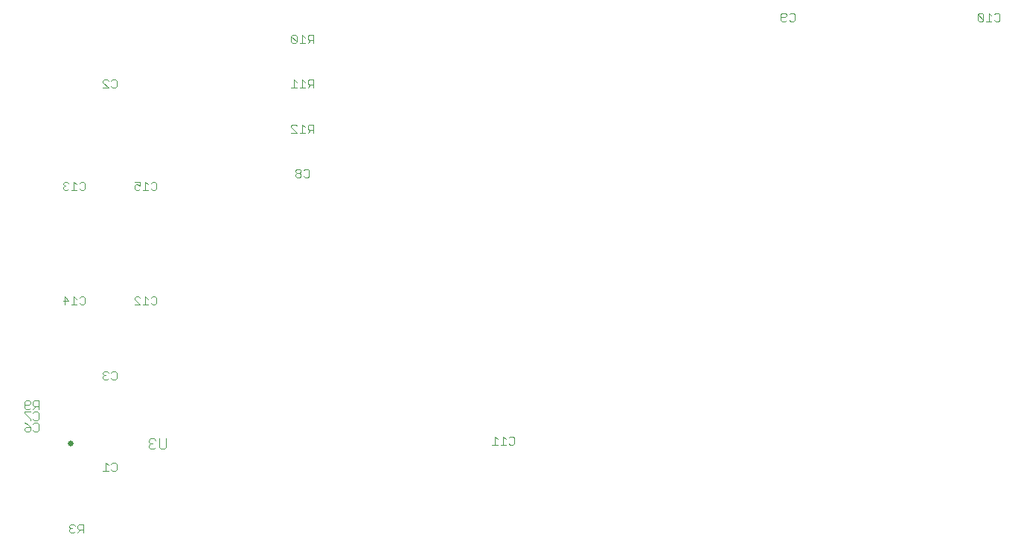
<source format=gbo>
G75*
%MOIN*%
%OFA0B0*%
%FSLAX24Y24*%
%IPPOS*%
%LPD*%
%AMOC8*
5,1,8,0,0,1.08239X$1,22.5*
%
%ADD10C,0.0030*%
%ADD11C,0.0250*%
%ADD12C,0.0040*%
D10*
X005738Y004237D02*
X005800Y004175D01*
X005923Y004175D01*
X005985Y004237D01*
X006106Y004175D02*
X006230Y004298D01*
X006168Y004298D02*
X006353Y004298D01*
X006353Y004175D02*
X006353Y004545D01*
X006168Y004545D01*
X006106Y004484D01*
X006106Y004360D01*
X006168Y004298D01*
X005985Y004484D02*
X005923Y004545D01*
X005800Y004545D01*
X005738Y004484D01*
X005738Y004422D01*
X005800Y004360D01*
X005738Y004298D01*
X005738Y004237D01*
X005800Y004360D02*
X005862Y004360D01*
X007238Y006950D02*
X007485Y006950D01*
X007362Y006950D02*
X007362Y007320D01*
X007485Y007197D01*
X007606Y007259D02*
X007668Y007320D01*
X007792Y007320D01*
X007853Y007259D01*
X007853Y007012D01*
X007792Y006950D01*
X007668Y006950D01*
X007606Y007012D01*
X004353Y008787D02*
X004353Y009034D01*
X004292Y009095D01*
X004168Y009095D01*
X004106Y009034D01*
X003985Y008910D02*
X003985Y008787D01*
X003923Y008725D01*
X003800Y008725D01*
X003738Y008787D01*
X003738Y008848D01*
X003800Y008910D01*
X003985Y008910D01*
X003862Y009034D01*
X003738Y009095D01*
X003985Y009225D02*
X003985Y009287D01*
X003738Y009534D01*
X003738Y009595D01*
X003985Y009595D01*
X004106Y009534D02*
X004168Y009595D01*
X004292Y009595D01*
X004353Y009534D01*
X004353Y009287D01*
X004292Y009225D01*
X004168Y009225D01*
X004106Y009287D01*
X004106Y009725D02*
X004230Y009848D01*
X004168Y009848D02*
X004353Y009848D01*
X004353Y009725D02*
X004353Y010095D01*
X004168Y010095D01*
X004106Y010034D01*
X004106Y009910D01*
X004168Y009848D01*
X003985Y009787D02*
X003923Y009725D01*
X003800Y009725D01*
X003738Y009787D01*
X003738Y010034D01*
X003800Y010095D01*
X003923Y010095D01*
X003985Y010034D01*
X003985Y009972D01*
X003923Y009910D01*
X003738Y009910D01*
X004106Y008787D02*
X004168Y008725D01*
X004292Y008725D01*
X004353Y008787D01*
X007238Y011112D02*
X007300Y011050D01*
X007423Y011050D01*
X007485Y011112D01*
X007606Y011112D02*
X007668Y011050D01*
X007792Y011050D01*
X007853Y011112D01*
X007853Y011359D01*
X007792Y011420D01*
X007668Y011420D01*
X007606Y011359D01*
X007485Y011359D02*
X007423Y011420D01*
X007300Y011420D01*
X007238Y011359D01*
X007238Y011297D01*
X007300Y011235D01*
X007238Y011173D01*
X007238Y011112D01*
X007300Y011235D02*
X007362Y011235D01*
X006376Y014400D02*
X006252Y014400D01*
X006191Y014462D01*
X006069Y014400D02*
X005822Y014400D01*
X005946Y014400D02*
X005946Y014770D01*
X006069Y014647D01*
X006191Y014709D02*
X006252Y014770D01*
X006376Y014770D01*
X006437Y014709D01*
X006437Y014462D01*
X006376Y014400D01*
X005701Y014585D02*
X005454Y014585D01*
X005516Y014400D02*
X005516Y014770D01*
X005701Y014585D01*
X008654Y014647D02*
X008654Y014709D01*
X008716Y014770D01*
X008839Y014770D01*
X008901Y014709D01*
X009146Y014770D02*
X009146Y014400D01*
X009269Y014400D02*
X009022Y014400D01*
X008901Y014400D02*
X008654Y014647D01*
X008654Y014400D02*
X008901Y014400D01*
X009269Y014647D02*
X009146Y014770D01*
X009391Y014709D02*
X009452Y014770D01*
X009576Y014770D01*
X009637Y014709D01*
X009637Y014462D01*
X009576Y014400D01*
X009452Y014400D01*
X009391Y014462D01*
X009452Y019550D02*
X009391Y019612D01*
X009452Y019550D02*
X009576Y019550D01*
X009637Y019612D01*
X009637Y019859D01*
X009576Y019920D01*
X009452Y019920D01*
X009391Y019859D01*
X009269Y019797D02*
X009146Y019920D01*
X009146Y019550D01*
X009269Y019550D02*
X009022Y019550D01*
X008901Y019612D02*
X008839Y019550D01*
X008716Y019550D01*
X008654Y019612D01*
X008654Y019735D01*
X008716Y019797D01*
X008777Y019797D01*
X008901Y019735D01*
X008901Y019920D01*
X008654Y019920D01*
X006437Y019859D02*
X006437Y019612D01*
X006376Y019550D01*
X006252Y019550D01*
X006191Y019612D01*
X006069Y019550D02*
X005822Y019550D01*
X005946Y019550D02*
X005946Y019920D01*
X006069Y019797D01*
X006191Y019859D02*
X006252Y019920D01*
X006376Y019920D01*
X006437Y019859D01*
X005701Y019859D02*
X005639Y019920D01*
X005516Y019920D01*
X005454Y019859D01*
X005454Y019797D01*
X005516Y019735D01*
X005454Y019673D01*
X005454Y019612D01*
X005516Y019550D01*
X005639Y019550D01*
X005701Y019612D01*
X005577Y019735D02*
X005516Y019735D01*
X007238Y024145D02*
X007485Y024145D01*
X007238Y024392D01*
X007238Y024454D01*
X007300Y024516D01*
X007423Y024516D01*
X007485Y024454D01*
X007606Y024454D02*
X007668Y024516D01*
X007792Y024516D01*
X007853Y024454D01*
X007853Y024207D01*
X007792Y024145D01*
X007668Y024145D01*
X007606Y024207D01*
X015679Y024144D02*
X015926Y024144D01*
X016047Y024144D02*
X016294Y024144D01*
X016416Y024144D02*
X016539Y024267D01*
X016477Y024267D02*
X016662Y024267D01*
X016662Y024144D02*
X016662Y024514D01*
X016477Y024514D01*
X016416Y024452D01*
X016416Y024329D01*
X016477Y024267D01*
X016294Y024390D02*
X016171Y024514D01*
X016171Y024144D01*
X015926Y024390D02*
X015802Y024514D01*
X015802Y024144D01*
X015741Y022492D02*
X015679Y022430D01*
X015679Y022369D01*
X015926Y022122D01*
X015679Y022122D01*
X016047Y022122D02*
X016294Y022122D01*
X016416Y022122D02*
X016539Y022245D01*
X016477Y022245D02*
X016662Y022245D01*
X016662Y022122D02*
X016662Y022492D01*
X016477Y022492D01*
X016416Y022430D01*
X016416Y022307D01*
X016477Y022245D01*
X016294Y022369D02*
X016171Y022492D01*
X016171Y022122D01*
X015926Y022430D02*
X015864Y022492D01*
X015741Y022492D01*
X015925Y020492D02*
X015863Y020430D01*
X015863Y020369D01*
X015925Y020307D01*
X016048Y020307D01*
X016110Y020369D01*
X016110Y020430D01*
X016048Y020492D01*
X015925Y020492D01*
X015925Y020307D02*
X015863Y020245D01*
X015863Y020184D01*
X015925Y020122D01*
X016048Y020122D01*
X016110Y020184D01*
X016110Y020245D01*
X016048Y020307D01*
X016231Y020184D02*
X016293Y020122D01*
X016417Y020122D01*
X016478Y020184D01*
X016478Y020430D01*
X016417Y020492D01*
X016293Y020492D01*
X016231Y020430D01*
X016171Y026144D02*
X016171Y026514D01*
X016294Y026390D01*
X016416Y026452D02*
X016416Y026329D01*
X016477Y026267D01*
X016662Y026267D01*
X016539Y026267D02*
X016416Y026144D01*
X016294Y026144D02*
X016047Y026144D01*
X015926Y026205D02*
X015679Y026452D01*
X015679Y026205D01*
X015741Y026144D01*
X015864Y026144D01*
X015926Y026205D01*
X015926Y026452D01*
X015864Y026514D01*
X015741Y026514D01*
X015679Y026452D01*
X016416Y026452D02*
X016477Y026514D01*
X016662Y026514D01*
X016662Y026144D01*
X037613Y027184D02*
X037613Y027430D01*
X037675Y027492D01*
X037798Y027492D01*
X037860Y027430D01*
X037860Y027369D01*
X037798Y027307D01*
X037613Y027307D01*
X037613Y027184D02*
X037675Y027122D01*
X037798Y027122D01*
X037860Y027184D01*
X037981Y027184D02*
X038043Y027122D01*
X038167Y027122D01*
X038228Y027184D01*
X038228Y027430D01*
X038167Y027492D01*
X038043Y027492D01*
X037981Y027430D01*
X046429Y027430D02*
X046429Y027184D01*
X046491Y027122D01*
X046614Y027122D01*
X046676Y027184D01*
X046429Y027430D01*
X046491Y027492D01*
X046614Y027492D01*
X046676Y027430D01*
X046676Y027184D01*
X046797Y027122D02*
X047044Y027122D01*
X046921Y027122D02*
X046921Y027492D01*
X047044Y027369D01*
X047166Y027430D02*
X047227Y027492D01*
X047351Y027492D01*
X047412Y027430D01*
X047412Y027184D01*
X047351Y027122D01*
X047227Y027122D01*
X047166Y027184D01*
X025662Y008430D02*
X025662Y008184D01*
X025601Y008122D01*
X025477Y008122D01*
X025416Y008184D01*
X025294Y008122D02*
X025047Y008122D01*
X024926Y008122D02*
X024679Y008122D01*
X024802Y008122D02*
X024802Y008492D01*
X024926Y008369D01*
X025171Y008492D02*
X025171Y008122D01*
X025294Y008369D02*
X025171Y008492D01*
X025416Y008430D02*
X025477Y008492D01*
X025601Y008492D01*
X025662Y008430D01*
D11*
X005793Y008160D03*
D12*
X009295Y008089D02*
X009295Y008013D01*
X009372Y007936D01*
X009525Y007936D01*
X009602Y008013D01*
X009755Y008013D02*
X009755Y008396D01*
X009602Y008320D02*
X009525Y008396D01*
X009372Y008396D01*
X009295Y008320D01*
X009295Y008243D01*
X009372Y008166D01*
X009295Y008089D01*
X009372Y008166D02*
X009448Y008166D01*
X009755Y008013D02*
X009832Y007936D01*
X009985Y007936D01*
X010062Y008013D01*
X010062Y008396D01*
M02*

</source>
